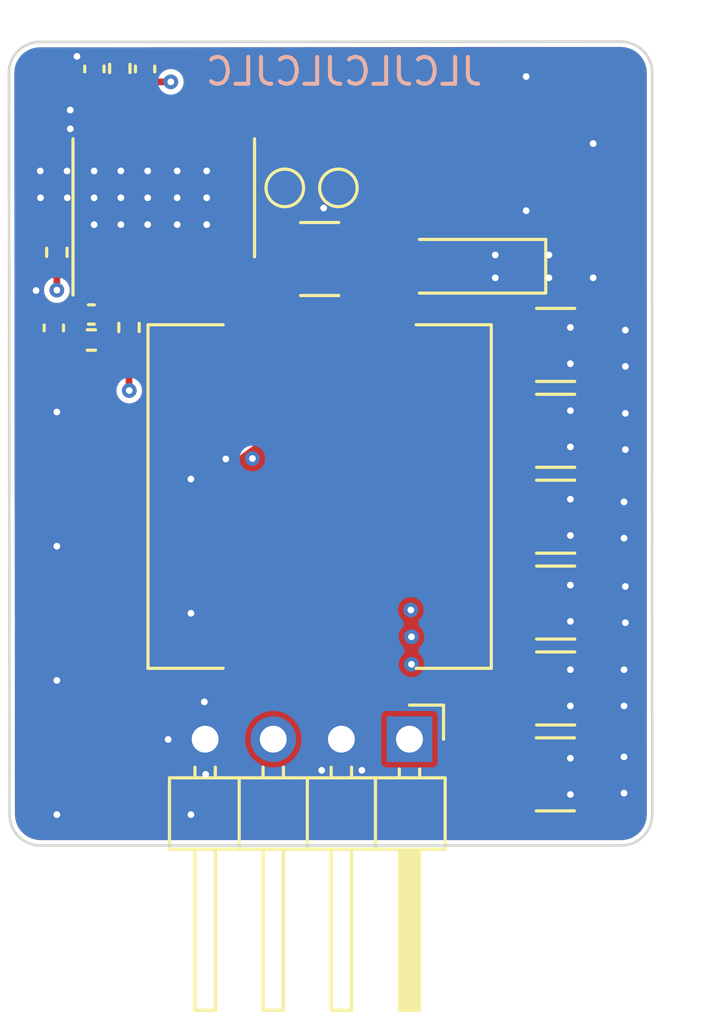
<source format=kicad_pcb>
(kicad_pcb (version 20221018) (generator pcbnew)
  (layers (0 "F.Cu" signal "Top.Cu") (1 "In1.Cu" signal "2Top.Cu") (2 "In2.Cu" signal "2Bot.Cu") (31 "B.Cu" signal "Bot.Cu") (34 "B.Paste" user) (35 "F.Paste" user) (36 "B.SilkS" user "B.Silkscreen") (37 "F.SilkS" user "F.Silkscreen") (38 "B.Mask" user) (39 "F.Mask" user) (44 "Edge.Cuts" user))
  (net 0 "")
  (net 1 "Net-(U1-FB)")
  (net 2 "Net-(U1-VC)")
  (net 4 "Net-(U1-~{FAULT})")
  (net 5 "Vin (12V - 15V)")
  (net 6 "Net-(C10-Pad1)")
  (net 8 "Net-(U1-RT)")
  (net 9 "Net-(U1-SS)")
  (net 10 "GND")
  (net 11 "-15V")
  (net 12 "Net-(C5-Pad1)")
  (net 13 "Net-(D2-A)")
  (footprint "Resistor_SMD:R_0402_1005Metric" (layer "F.Cu") (at 57.69 69.35 90)
    (fp_text reference "R2" hide)
    (fp_text value "100K")
    (fp_line (start -0.153641 -0.38) (end 0.153641 -0.38) (stroke (width 0.12)) (layer "F.SilkS"))
    (fp_line (start -0.153641 0.38) (end 0.153641 0.38) (stroke (width 0.12)) (layer "F.SilkS"))
    (pad "1" smd roundrect (at -0.51 0 90) (size 0.54 0.64) (layers "F.Cu" "F.Paste" "F.Mask") (net 5 "Vin (12V - 15V)"))
    (pad "2" smd roundrect (at 0.51 0 90) (size 0.54 0.64) (layers "F.Cu" "F.Paste" "F.Mask") (net 4 "Net-(U1-~{FAULT})"))
  )
  (footprint "TestPoint:TestPoint_Pad_D1.0mm" (layer "F.Cu") (at 63.5 64.15)
    (fp_text reference "TP3" hide)
    (fp_text value "TestPoint")
    (fp_circle (center 0 0) (end 0 0.7) (stroke (width 0.12)) (fill none) (layer "F.SilkS"))
    (pad "1" smd circle (at 0 0) (size 1 1) (layers "F.Cu" "F.Mask") (net 6 "Net-(C10-Pad1)"))
  )
  (footprint "Capacitor_SMD:C_1210_3225Metric" (layer "F.Cu") (at 73.59 86)
    (fp_text reference "C3" hide)
    (fp_text value "10u")
    (fp_line (start -0.711252 -1.36) (end 0.711252 -1.36) (stroke (width 0.12)) (layer "F.SilkS"))
    (fp_line (start -0.711252 1.36) (end 0.711252 1.36) (stroke (width 0.12)) (layer "F.SilkS"))
    (pad "1" smd roundrect (at -1.475 0) (size 1.15 2.7) (layers "F.Cu" "F.Paste" "F.Mask") (roundrect_rratio 0.2173913043) (net 5 "Vin (12V - 15V)"))
    (pad "2" smd roundrect (at 1.475 0) (size 1.15 2.7) (layers "F.Cu" "F.Paste" "F.Mask") (roundrect_rratio 0.2173913043) (net 10 "GND"))
  )
  (footprint "Capacitor_SMD:C_1210_3225Metric" (layer "F.Cu") (at 73.6 70)
    (fp_text reference "C9" hide)
    (fp_text value "10u")
    (fp_line (start -0.711252 -1.36) (end 0.711252 -1.36) (stroke (width 0.12)) (layer "F.SilkS"))
    (fp_line (start -0.711252 1.36) (end 0.711252 1.36) (stroke (width 0.12)) (layer "F.SilkS"))
    (pad "1" smd roundrect (at -1.475 0) (size 1.15 2.7) (layers "F.Cu" "F.Paste" "F.Mask") (roundrect_rratio 0.2173913043) (net 11 "-15V"))
    (pad "2" smd roundrect (at 1.475 0) (size 1.15 2.7) (layers "F.Cu" "F.Paste" "F.Mask") (roundrect_rratio 0.2173913043) (net 10 "GND"))
  )
  (footprint "TestPoint:TestPoint_Pad_D1.0mm" (layer "F.Cu") (at 65.5 64.15)
    (fp_text reference "TP5" hide)
    (fp_text value "TestPoint")
    (fp_circle (center 0 0) (end 0 0.7) (stroke (width 0.12)) (fill none) (layer "F.SilkS"))
    (pad "1" smd circle (at 0 0) (size 1 1) (layers "F.Cu" "F.Mask") (net 10 "GND"))
  )
  (footprint "Capacitor_SMD:C_0402_1005Metric" (layer "F.Cu") (at 54.8875 69.3675 90)
    (fp_text reference "C5" hide)
    (fp_text value "1n")
    (fp_line (start -0.107836 -0.36) (end 0.107836 -0.36) (stroke (width 0.12)) (layer "F.SilkS"))
    (fp_line (start -0.107836 0.36) (end 0.107836 0.36) (stroke (width 0.12)) (layer "F.SilkS"))
    (pad "1" smd roundrect (at -0.48 0 90) (size 0.56 0.62) (layers "F.Cu" "F.Paste" "F.Mask") (net 12 "Net-(C5-Pad1)"))
    (pad "2" smd roundrect (at 0.48 0 90) (size 0.56 0.62) (layers "F.Cu" "F.Paste" "F.Mask") (net 10 "GND"))
  )
  (footprint "Capacitor_SMD:C_0402_1005Metric" (layer "F.Cu") (at 58.29 59.72 90)
    (fp_text reference "C11" hide)
    (fp_text value "100n")
    (fp_line (start -0.107836 -0.36) (end 0.107836 -0.36) (stroke (width 0.12)) (layer "F.SilkS"))
    (fp_line (start -0.107836 0.36) (end 0.107836 0.36) (stroke (width 0.12)) (layer "F.SilkS"))
    (pad "1" smd roundrect (at -0.48 0 90) (size 0.56 0.62) (layers "F.Cu" "F.Paste" "F.Mask") (net 5 "Vin (12V - 15V)"))
    (pad "2" smd roundrect (at 0.48 0 90) (size 0.56 0.62) (layers "F.Cu" "F.Paste" "F.Mask") (net 10 "GND"))
  )
  (footprint "Capacitor_SMD:C_0402_1005Metric" (layer "F.Cu") (at 56.4 59.72 90)
    (fp_text reference "C1" hide)
    (fp_text value "100n")
    (fp_line (start -0.107836 -0.36) (end 0.107836 -0.36) (stroke (width 0.12)) (layer "F.SilkS"))
    (fp_line (start -0.107836 0.36) (end 0.107836 0.36) (stroke (width 0.12)) (layer "F.SilkS"))
    (pad "1" smd roundrect (at -0.48 0 90) (size 0.56 0.62) (layers "F.Cu" "F.Paste" "F.Mask") (net 9 "Net-(U1-SS)"))
    (pad "2" smd roundrect (at 0.48 0 90) (size 0.56 0.62) (layers "F.Cu" "F.Paste" "F.Mask") (net 10 "GND"))
  )
  (footprint "Capacitor_SMD:C_1210_3225Metric" (layer "F.Cu") (at 73.6 73.2)
    (fp_text reference "C8" hide)
    (fp_text value "10u")
    (fp_line (start -0.711252 -1.36) (end 0.711252 -1.36) (stroke (width 0.12)) (layer "F.SilkS"))
    (fp_line (start -0.711252 1.36) (end 0.711252 1.36) (stroke (width 0.12)) (layer "F.SilkS"))
    (pad "1" smd roundrect (at -1.475 0) (size 1.15 2.7) (layers "F.Cu" "F.Paste" "F.Mask") (roundrect_rratio 0.2173913043) (net 11 "-15V"))
    (pad "2" smd roundrect (at 1.475 0) (size 1.15 2.7) (layers "F.Cu" "F.Paste" "F.Mask") (roundrect_rratio 0.2173913043) (net 10 "GND"))
  )
  (footprint "Capacitor_SMD:C_0402_1005Metric" (layer "F.Cu") (at 56.2875 68.8675 180)
    (fp_text reference "C4" hide)
    (fp_text value "27p")
    (fp_line (start -0.107836 -0.36) (end 0.107836 -0.36) (stroke (width 0.12)) (layer "F.SilkS"))
    (fp_line (start -0.107836 0.36) (end 0.107836 0.36) (stroke (width 0.12)) (layer "F.SilkS"))
    (pad "1" smd roundrect (at -0.48 0 180) (size 0.56 0.62) (layers "F.Cu" "F.Paste" "F.Mask") (net 2 "Net-(U1-VC)"))
    (pad "2" smd roundrect (at 0.48 0 180) (size 0.56 0.62) (layers "F.Cu" "F.Paste" "F.Mask") (net 10 "GND"))
  )
  (footprint "Capacitor_SMD:C_1210_3225Metric" (layer "F.Cu") (at 73.6 79.6)
    (fp_text reference "C6" hide)
    (fp_text value "10u")
    (fp_line (start -0.711252 -1.36) (end 0.711252 -1.36) (stroke (width 0.12)) (layer "F.SilkS"))
    (fp_line (start -0.711252 1.36) (end 0.711252 1.36) (stroke (width 0.12)) (layer "F.SilkS"))
    (pad "1" smd roundrect (at -1.475 0) (size 1.15 2.7) (layers "F.Cu" "F.Paste" "F.Mask") (roundrect_rratio 0.2173913043) (net 11 "-15V"))
    (pad "2" smd roundrect (at 1.475 0) (size 1.15 2.7) (layers "F.Cu" "F.Paste" "F.Mask") (roundrect_rratio 0.2173913043) (net 10 "GND"))
  )
  (footprint "Inductor_SMD:L_Wuerth_WE-DD-Typ-L-Typ-XL-Typ-XXL" (layer "F.Cu") (at 64.8 75.65 180)
    (fp_text reference "L1" hide)
    (fp_text value "L_Coupled 744871004")
    (fp_line (start -6.4 -6.4) (end -3.6 -6.4) (stroke (width 0.12)) (layer "F.SilkS"))
    (fp_line (start -6.4 6.4) (end -6.4 -6.4) (stroke (width 0.12)) (layer "F.SilkS"))
    (fp_line (start -3.6 6.4) (end -6.4 6.4) (stroke (width 0.12)) (layer "F.SilkS"))
    (fp_line (start 3.6 -6.4) (end 6.4 -6.4) (stroke (width 0.12)) (layer "F.SilkS"))
    (fp_line (start 6.4 -6.4) (end 6.4 6.4) (stroke (width 0.12)) (layer "F.SilkS"))
    (fp_line (start 6.4 6.4) (end 3.6 6.4) (stroke (width 0.12)) (layer "F.SilkS"))
    (pad "1" smd rect (at -1.75 -5 180) (size 2.5 3.85) (layers "F.Cu" "F.Paste" "F.Mask") (net 5 "Vin (12V - 15V)"))
    (pad "2" smd rect (at 1.75 -5 180) (size 2.5 3.85) (layers "F.Cu" "F.Paste" "F.Mask") (net 11 "-15V"))
    (pad "3" smd rect (at 1.75 5 180) (size 2.5 3.85) (layers "F.Cu" "F.Paste" "F.Mask") (net 6 "Net-(C10-Pad1)"))
    (pad "4" smd rect (at -1.75 5 180) (size 2.5 3.85) (layers "F.Cu" "F.Paste" "F.Mask") (net 13 "Net-(D2-A)"))
  )
  (footprint "Capacitor_SMD:C_1210_3225Metric" (layer "F.Cu") (at 73.6 76.4)
    (fp_text reference "C7" hide)
    (fp_text value "10u")
    (fp_line (start -0.711252 -1.36) (end 0.711252 -1.36) (stroke (width 0.12)) (layer "F.SilkS"))
    (fp_line (start -0.711252 1.36) (end 0.711252 1.36) (stroke (width 0.12)) (layer "F.SilkS"))
    (pad "1" smd roundrect (at -1.475 0) (size 1.15 2.7) (layers "F.Cu" "F.Paste" "F.Mask") (roundrect_rratio 0.2173913043) (net 11 "-15V"))
    (pad "2" smd roundrect (at 1.475 0) (size 1.15 2.7) (layers "F.Cu" "F.Paste" "F.Mask") (roundrect_rratio 0.2173913043) (net 10 "GND"))
  )
  (footprint "footprints:DO-221AC" (layer "F.Cu") (at 70.2 67.08 180)
    (fp_text reference "D2" hide)
    (fp_text value "VSSAF5L45")
    (fp_line (start -3.03 -0.99) (end -3.03 1.01) (stroke (width 0.12)) (layer "F.SilkS"))
    (fp_line (start -3.03 -0.99) (end 1.68 -0.99) (stroke (width 0.12)) (layer "F.SilkS"))
    (fp_line (start -3.03 1.01) (end 1.68 1.01) (stroke (width 0.12)) (layer "F.SilkS"))
    (pad "1" smd roundrect (at -2.15 0 180) (size 1.25 1.55) (layers "F.Cu" "F.Paste" "F.Mask") (net 10 "GND"))
    (pad "2" smd roundrect (at 2.15 0 180) (size 1.25 1.55) (layers "F.Cu" "F.Paste" "F.Mask") (net 13 "Net-(D2-A)"))
  )
  (footprint "Resistor_SMD:R_0402_1005Metric" (layer "F.Cu") (at 56.2875 69.8175 180)
    (fp_text reference "R3" hide)
    (fp_text value "22K")
    (fp_line (start -0.153641 -0.38) (end 0.153641 -0.38) (stroke (width 0.12)) (layer "F.SilkS"))
    (fp_line (start -0.153641 0.38) (end 0.153641 0.38) (stroke (width 0.12)) (layer "F.SilkS"))
    (pad "1" smd roundrect (at -0.51 0 180) (size 0.54 0.64) (layers "F.Cu" "F.Paste" "F.Mask") (net 2 "Net-(U1-VC)"))
    (pad "2" smd roundrect (at 0.51 0 180) (size 0.54 0.64) (layers "F.Cu" "F.Paste" "F.Mask") (net 12 "Net-(C5-Pad1)"))
  )
  (footprint "Resistor_SMD:R_0402_1005Metric" (layer "F.Cu") (at 55 66.55 -90)
    (fp_text reference "R4" hide)
    (fp_text value "180K")
    (fp_line (start -0.153641 -0.38) (end 0.153641 -0.38) (stroke (width 0.12)) (layer "F.SilkS"))
    (fp_line (start -0.153641 0.38) (end 0.153641 0.38) (stroke (width 0.12)) (layer "F.SilkS"))
    (pad "1" smd roundrect (at -0.51 0 270) (size 0.54 0.64) (layers "F.Cu" "F.Paste" "F.Mask") (net 1 "Net-(U1-FB)"))
    (pad "2" smd roundrect (at 0.51 0 270) (size 0.54 0.64) (layers "F.Cu" "F.Paste" "F.Mask") (net 11 "-15V"))
  )
  (footprint "Capacitor_SMD:C_1210_3225Metric" (layer "F.Cu") (at 73.6 82.8)
    (fp_text reference "C2" hide)
    (fp_text value "10u")
    (fp_line (start -0.711252 -1.36) (end 0.711252 -1.36) (stroke (width 0.12)) (layer "F.SilkS"))
    (fp_line (start -0.711252 1.36) (end 0.711252 1.36) (stroke (width 0.12)) (layer "F.SilkS"))
    (pad "1" smd roundrect (at -1.475 0) (size 1.15 2.7) (layers "F.Cu" "F.Paste" "F.Mask") (roundrect_rratio 0.2173913043) (net 5 "Vin (12V - 15V)"))
    (pad "2" smd roundrect (at 1.475 0) (size 1.15 2.7) (layers "F.Cu" "F.Paste" "F.Mask") (roundrect_rratio 0.2173913043) (net 10 "GND"))
  )
  (footprint "Connector_PinHeader_2.54mm:PinHeader_1x04_P2.54mm_Horizontal" (layer "F.Cu") (at 68.15 84.69 -90)
    (fp_text reference "J1" hide)
    (fp_text value "Conn_01x04_Pin")
    (fp_line (start -1.27 -1.27) (end 0 -1.27) (stroke (width 0.12)) (layer "F.SilkS"))
    (fp_line (start -1.27 0) (end -1.27 -1.27) (stroke (width 0.12)) (layer "F.SilkS"))
    (fp_line (start 1.042929 2.16) (end 1.44 2.16) (stroke (width 0.12)) (layer "F.SilkS"))
    (fp_line (start 1.042929 2.92) (end 1.44 2.92) (stroke (width 0.12)) (layer "F.SilkS"))
    (fp_line (start 1.042929 4.7) (end 1.44 4.7) (stroke (width 0.12)) (layer "F.SilkS"))
    (fp_line (start 1.042929 5.46) (end 1.44 5.46) (stroke (width 0.12)) (layer "F.SilkS"))
    (fp_line (start 1.042929 7.24) (end 1.44 7.24) (stroke (width 0.12)) (layer "F.SilkS"))
    (fp_line (start 1.042929 8) (end 1.44 8) (stroke (width 0.12)) (layer "F.SilkS"))
    (fp_line (start 1.11 -0.38) (end 1.44 -0.38) (stroke (width 0.12)) (layer "F.SilkS"))
    (fp_line (start 1.11 0.38) (end 1.44 0.38) (stroke (width 0.12)) (layer "F.SilkS"))
    (fp_line (start 1.44 -1.33) (end 1.44 8.95) (stroke (width 0.12)) (layer "F.SilkS"))
    (fp_line (start 1.44 1.27) (end 4.1 1.27) (stroke (width 0.12)) (layer "F.SilkS"))
    (fp_line (start 1.44 3.81) (end 4.1 3.81) (stroke (width 0.12)) (layer "F.SilkS"))
    (fp_line (start 1.44 6.35) (end 4.1 6.35) (stroke (width 0.12)) (layer "F.SilkS"))
    (fp_line (start 1.44 8.95) (end 4.1 8.95) (stroke (width 0.12)) (layer "F.SilkS"))
    (fp_line (start 4.1 -1.33) (end 1.44 -1.33) (stroke (width 0.12)) (layer "F.SilkS"))
    (fp_line (start 4.1 -0.38) (end 10.1 -0.38) (stroke (width 0.12)) (layer "F.SilkS"))
    (fp_line (start 4.1 -0.32) (end 10.1 -0.32) (stroke (width 0.12)) (layer "F.SilkS"))
    (fp_line (start 4.1 -0.2) (end 10.1 -0.2) (stroke (width 0.12)) (layer "F.SilkS"))
    (fp_line (start 4.1 -0.08) (end 10.1 -0.08) (stroke (width 0.12)) (layer "F.SilkS"))
    (fp_line (start 4.1 0.04) (end 10.1 0.04) (stroke (width 0.12)) (layer "F.SilkS"))
    (fp_line (start 4.1 0.16) (end 10.1 0.16) (stroke (width 0.12)) (layer "F.SilkS"))
    (fp_line (start 4.1 0.28) (end 10.1 0.28) (stroke (width 0.12)) (layer "F.SilkS"))
    (fp_line (start 4.1 2.16) (end 10.1 2.16) (stroke (width 0.12)) (layer "F.SilkS"))
    (fp_line (start 4.1 4.7) (end 10.1 4.7) (stroke (width 0.12)) (layer "F.SilkS"))
    (fp_line (start 4.1 7.24) (end 10.1 7.24) (stroke (width 0.12)) (layer "F.SilkS"))
    (fp_line (start 4.1 8.95) (end 4.1 -1.33) (stroke (width 0.12)) (layer "F.SilkS"))
    (fp_line (start 10.1 -0.38) (end 10.1 0.38) (stroke (width 0.12)) (layer "F.SilkS"))
    (fp_line (start 10.1 0.38) (end 4.1 0.38) (stroke (width 0.12)) (layer "F.SilkS"))
    (fp_line (start 10.1 2.16) (end 10.1 2.92) (stroke (width 0.12)) (layer "F.SilkS"))
    (fp_line (start 10.1 2.92) (end 4.1 2.92) (stroke (width 0.12)) (layer "F.SilkS"))
    (fp_line (start 10.1 4.7) (end 10.1 5.46) (stroke (width 0.12)) (layer "F.SilkS"))
    (fp_line (start 10.1 5.46) (end 4.1 5.46) (stroke (width 0.12)) (layer "F.SilkS"))
    (fp_line (start 10.1 7.24) (end 10.1 8) (stroke (width 0.12)) (layer "F.SilkS"))
    (fp_line (start 10.1 8) (end 4.1 8) (stroke (width 0.12)) (layer "F.SilkS"))
    (pad "1" thru_hole rect (at 0 0 270) (size 1.7 1.7) (drill 1) (layers "*.Cu" "*.Mask") (net 5 "Vin (12V - 15V)"))
    (pad "2" thru_hole oval (at 0 2.54 270) (size 1.7 1.7) (drill 1) (layers "*.Cu" "*.Mask") (net 10 "GND"))
    (pad "3" thru_hole oval (at 0 5.08 270) (size 1.7 1.7) (drill 1) (layers "*.Cu" "*.Mask") (net 11 "-15V"))
    (pad "4" thru_hole oval (at 0 7.62 270) (size 1.7 1.7) (drill 1) (layers "*.Cu" "*.Mask") (net 10 "GND"))
  )
  (footprint "Capacitor_SMD:C_1210_3225Metric" (layer "F.Cu") (at 64.8 66.8)
    (fp_text reference "C10" hide)
    (fp_text value "4u7")
    (fp_line (start -0.711252 -1.36) (end 0.711252 -1.36) (stroke (width 0.12)) (layer "F.SilkS"))
    (fp_line (start -0.711252 1.36) (end 0.711252 1.36) (stroke (width 0.12)) (layer "F.SilkS"))
    (pad "1" smd roundrect (at -1.475 0) (size 1.15 2.7) (layers "F.Cu" "F.Paste" "F.Mask") (roundrect_rratio 0.2173913043) (net 6 "Net-(C10-Pad1)"))
    (pad "2" smd roundrect (at 1.475 0) (size 1.15 2.7) (layers "F.Cu" "F.Paste" "F.Mask") (roundrect_rratio 0.2173913043) (net 13 "Net-(D2-A)"))
  )
  (footprint "Resistor_SMD:R_0402_1005Metric" (layer "F.Cu") (at 57.3475 59.7 90)
    (fp_text reference "R1" hide)
    (fp_text value "82K")
    (fp_line (start -0.153641 -0.38) (end 0.153641 -0.38) (stroke (width 0.12)) (layer "F.SilkS"))
    (fp_line (start -0.153641 0.38) (end 0.153641 0.38) (stroke (width 0.12)) (layer "F.SilkS"))
    (pad "1" smd roundrect (at -0.51 0 90) (size 0.54 0.64) (layers "F.Cu" "F.Paste" "F.Mask") (net 8 "Net-(U1-RT)"))
    (pad "2" smd roundrect (at 0.51 0 90) (size 0.54 0.64) (layers "F.Cu" "F.Paste" "F.Mask") (net 10 "GND"))
  )
  (footprint "footprints:TSSOP-20-1EP_4.4x6.5mm_P0.65mm_EP2.75x3.85mm" (layer "F.Cu") (at 58.9875 64.5175 90)
    (fp_text reference "U1" hide)
    (fp_text value "LT3579")
    (fp_line (start 0 -3.385) (end -3.625 -3.385) (stroke (width 0.12)) (layer "F.SilkS"))
    (fp_line (start 0 -3.385) (end 2.2 -3.385) (stroke (width 0.12)) (layer "F.SilkS"))
    (fp_line (start 0 3.385) (end -2.2 3.385) (stroke (width 0.12)) (layer "F.SilkS"))
    (fp_line (start 0 3.385) (end 2.2 3.385) (stroke (width 0.12)) (layer "F.SilkS"))
    (pad "1" smd roundrect (at -2.8875 -2.925 90) (size 1.475 0.4) (layers "F.Cu" "F.Paste" "F.Mask") (net 1 "Net-(U1-FB)"))
    (pad "2" smd roundrect (at -2.8875 -2.275 90) (size 1.475 0.4) (layers "F.Cu" "F.Paste" "F.Mask") (net 2 "Net-(U1-VC)"))
    (pad "3" smd roundrect (at -2.8875 -1.625 90) (size 1.475 0.4) (layers "F.Cu" "F.Paste" "F.Mask"))
    (pad "4" smd roundrect (at -2.8875 -0.975 90) (size 1.475 0.4) (layers "F.Cu" "F.Paste" "F.Mask") (net 4 "Net-(U1-~{FAULT})"))
    (pad "5" smd roundrect (at -2.8875 -0.325 90) (size 1.475 0.4) (layers "F.Cu" "F.Paste" "F.Mask") (net 5 "Vin (12V - 15V)"))
    (pad "6" smd roundrect (at -2.8875 0.325 90) (size 1.475 0.4) (layers "F.Cu" "F.Paste" "F.Mask") (net 6 "Net-(C10-Pad1)"))
    (pad "7" smd roundrect (at -2.8875 0.975 90) (size 1.475 0.4) (layers "F.Cu" "F.Paste" "F.Mask") (net 6 "Net-(C10-Pad1)"))
    (pad "8" smd roundrect (at -2.8875 1.625 90) (size 1.475 0.4) (layers "F.Cu" "F.Paste" "F.Mask") (net 6 "Net-(C10-Pad1)"))
    (pad "9" smd roundrect (at -2.8875 2.275 90) (size 1.475 0.4) (layers "F.Cu" "F.Paste" "F.Mask") (net 6 "Net-(C10-Pad1)"))
    (pad "10" smd roundrect (at -2.8875 2.925 90) (size 1.475 0.4) (layers "F.Cu" "F.Paste" "F.Mask") (net 6 "Net-(C10-Pad1)"))
    (pad "11" smd roundrect (at 2.8875 2.925 90) (size 1.475 0.4) (layers "F.Cu" "F.Paste" "F.Mask") (net 6 "Net-(C10-Pad1)"))
    (pad "12" smd roundrect (at 2.8875 2.275 90) (size 1.475 0.4) (layers "F.Cu" "F.Paste" "F.Mask") (net 6 "Net-(C10-Pad1)"))
    (pad "13" smd roundrect (at 2.8875 1.625 90) (size 1.475 0.4) (layers "F.Cu" "F.Paste" "F.Mask") (net 6 "Net-(C10-Pad1)"))
    (pad "14" smd roundrect (at 2.8875 0.975 90) (size 1.475 0.4) (layers "F.Cu" "F.Paste" "F.Mask") (net 6 "Net-(C10-Pad1)"))
    (pad "15" smd roundrect (at 2.8875 0.325 90) (size 1.475 0.4) (layers "F.Cu" "F.Paste" "F.Mask") (net 6 "Net-(C10-Pad1)"))
    (pad "16" smd roundrect (at 2.8875 -0.325 90) (size 1.475 0.4) (layers "F.Cu" "F.Paste" "F.Mask"))
    (pad "17" smd roundrect (at 2.8875 -0.975 90) (size 1.475 0.4) (layers "F.Cu" "F.Paste" "F.Mask") (net 5 "Vin (12V - 15V)"))
    (pad "18" smd roundrect (at 2.8875 -1.625 90) (size 1.475 0.4) (layers "F.Cu" "F.Paste" "F.Mask") (net 8 "Net-(U1-RT)"))
    (pad "19" smd roundrect (at 2.8875 -2.275 90) (size 1.475 0.4) (layers "F.Cu" "F.Paste" "F.Mask") (net 9 "Net-(U1-SS)"))
    (pad "20" smd roundrect (at 2.8875 -2.925 90) (size 1.475 0.4) (layers "F.Cu" "F.Paste" "F.Mask") (net 10 "GND"))
    (pad "21" thru_hole circle (at -1 -1.6 90) (size 0.55 0.55) (drill 0.25) (layers "*.Cu" "F.Mask") (net 10 "GND"))
    (pad "21" thru_hole circle (at -1 -0.6 90) (size 0.55 0.55) (drill 0.25) (layers "*.Cu" "F.Mask") (net 10 "GND"))
    (pad "21" thru_hole circle (at -1 0.5 90) (size 0.55 0.55) (drill 0.25) (layers "*.Cu" "F.Mask") (net 10 "GND"))
    (pad "21" thru_hole circle (at -1 1.6 90) (size 0.55 0.55) (drill 0.25) (layers "*.Cu" "F.Mask") (net 10 "GND"))
    (pad "21" thru_hole circle (at 0 -1.6 90) (size 0.55 0.55) (drill 0.25) (layers "*.Cu" "F.Mask") (net 10 "GND"))
    (pad "21" thru_hole circle (at 0 -0.6 90) (size 0.55 0.55) (drill 0.25) (layers "*.Cu" "F.Mask") (net 10 "GND"))
    (pad "21" smd rect (at 0 0 90) (size 2.74 3.86) (layers "F.Cu" "F.Mask") (net 10 "GND"))
    (pad "21" thru_hole circle (at 0 0.5 90) (size 0.55 0.55) (drill 0.25) (layers "*.Cu" "F.Mask") (net 10 "GND"))
    (pad "21" thru_hole circle (at 0 1.6 90) (size 0.55 0.55) (drill 0.25) (layers "*.Cu" "F.Mask") (net 10 "GND"))
    (pad "21" thru_hole circle (at 1 -1.6 90) (size 0.55 0.55) (drill 0.25) (layers "*.Cu" "F.Mask") (net 10 "GND"))
    (pad "21" thru_hole circle (at 1 -0.6 90) (size 0.55 0.55) (drill 0.25) (layers "*.Cu" "F.Mask") (net 10 "GND"))
    (pad "21" thru_hole circle (at 1 0.5 90) (size 0.55 0.55) (drill 0.25) (layers "*.Cu" "F.Mask") (net 10 "GND"))
    (pad "21" thru_hole circle (at 1 1.6 90) (size 0.55 0.55) (drill 0.25) (layers "*.Cu" "F.Mask") (net 10 "GND"))
  )
  (gr_line (start 77.198853 59.914819) (end 77.2 87.5) (stroke (width 0.1)) (layer "Edge.Cuts"))
  (gr_arc (start 76.036827 58.7) (mid 76.877376 59.059152) (end 77.198853 59.914819) (stroke (width 0.1)) (layer "Edge.Cuts"))
  (gr_arc (start 77.2 87.5) (mid 76.863173 88.313173) (end 76.05 88.65) (stroke (width 0.1)) (layer "Edge.Cuts"))
  (gr_line (start 54.363173 58.713173) (end 76.036827 58.7) (stroke (width 0.1)) (layer "Edge.Cuts"))
  (gr_arc (start 54.388173 88.65) (mid 53.575 88.313173) (end 53.238173 87.5) (stroke (width 0.1)) (layer "Edge.Cuts"))
  (gr_arc (start 53.213173 59.863173) (mid 53.55 59.05) (end 54.363173 58.713173) (stroke (width 0.1)) (layer "Edge.Cuts"))
  (gr_line (start 53.238173 87.5) (end 53.213173 59.863173) (stroke (width 0.1)) (layer "Edge.Cuts"))
  (gr_line (start 76.05 88.65) (end 54.388173 88.65) (stroke (width 0.1)) (layer "Edge.Cuts"))
  (gr_text "AUDIO DSP" (at 65.85 62.8) (layer "F.Cu") (effects (font (size 1 1)) (justify left bottom)))
  (gr_text "SEPIC -15V" (at 57.15 83.15 90) (layer "F.Cu") (effects (font (size 1 1)) (justify left bottom)))
  (gr_text "JLCJLCJLCJLC" (at 70.95 60.4) (layer "B.SilkS") (effects (font (size 1 1)) (justify left bottom mirror)))
  (segment (start 56.0625 67.405) (end 56.0625 67.1025) (width 0.25) (layer "F.Cu") (net 1))
  (segment (start 56.0625 67.1025) (end 55 66.04) (width 0.25) (layer "F.Cu") (net 1))
  (segment (start 56.7125 67.405) (end 56.7125 68.8125) (width 0.25) (layer "F.Cu") (net 2))
  (segment (start 56.7675 69.7875) (end 56.7975 69.8175) (width 0.25) (layer "F.Cu") (net 2))
  (segment (start 56.7125 68.8125) (end 56.7675 68.8675) (width 0.25) (layer "F.Cu") (net 2))
  (segment (start 56.7675 68.8675) (end 56.7675 69.7875) (width 0.25) (layer "F.Cu") (net 2))
  (segment (start 58.0125 67.405) (end 58.0125 68.5175) (width 0.25) (layer "F.Cu") (net 4))
  (segment (start 58.0125 68.5175) (end 57.69 68.84) (width 0.25) (layer "F.Cu") (net 4))
  (segment (start 59.25 60.2) (end 58.29 60.2) (width 0.25) (layer "F.Cu") (net 5))
  (segment (start 57.7 71.7) (end 57.69 71.69) (width 0.25) (layer "F.Cu") (net 5))
  (segment (start 58.6625 68.8875) (end 57.69 69.86) (width 0.25) (layer "F.Cu") (net 5))
  (segment (start 58.0125 60.4775) (end 58.29 60.2) (width 0.25) (layer "F.Cu") (net 5))
  (segment (start 57.69 71.69) (end 57.69 69.86) (width 0.25) (layer "F.Cu") (net 5))
  (segment (start 58.0125 61.63) (end 58.0125 60.4775) (width 0.25) (layer "F.Cu") (net 5))
  (segment (start 58.6625 67.405) (end 58.6625 68.8875) (width 0.25) (layer "F.Cu") (net 5))
  (via (at 57.7 71.7) (size 0.55) (drill 0.25) (layers "F.Cu" "B.Cu") (net 5))
  (via (at 59.25 60.2) (size 0.55) (drill 0.25) (layers "F.Cu" "B.Cu") (net 5))
  (via (at 68.225 80.875) (size 0.55) (drill 0.25) (layers "F.Cu" "B.Cu") (net 5))
  (via (at 68.225 81.9) (size 0.55) (drill 0.25) (layers "F.Cu" "B.Cu") (net 5))
  (via (at 68.2 79.875) (size 0.55) (drill 0.25) (layers "F.Cu" "B.Cu") (net 5))
  (segment (start 57.3625 61.63) (end 57.3625 60.225) (width 0.25) (layer "F.Cu") (net 8))
  (segment (start 57.3625 60.225) (end 57.3475 60.21) (width 0.25) (layer "F.Cu") (net 8))
  (segment (start 56.7125 60.5125) (end 56.4 60.2) (width 0.25) (layer "F.Cu") (net 9))
  (segment (start 56.7125 61.63) (end 56.7125 60.5125) (width 0.25) (layer "F.Cu") (net 9))
  (segment (start 54.9075 68.8675) (end 54.8875 68.8875) (width 0.25) (layer "F.Cu") (net 10))
  (via (at 60 80) (size 0.55) (drill 0.25) (layers "F.Cu" "B.Cu") (net 10))
  (via (at 55 82.5) (size 0.55) (drill 0.25) (layers "F.Cu" "B.Cu") (net 10))
  (via (at 76.15 77.2) (size 0.55) (drill 0.25) (layers "F.Cu" "B.Cu") (net 10))
  (via (at 74.15 83.45) (size 0.55) (drill 0.25) (layers "F.Cu" "B.Cu") (net 10))
  (via (at 74.15 77.1) (size 0.55) (drill 0.25) (layers "F.Cu" "B.Cu") (net 10))
  (via (at 60.5 83.3) (size 0.55) (drill 0.25) (layers "F.Cu" "B.Cu") (net 10))
  (via (at 74.15 70.7) (size 0.55) (drill 0.25) (layers "F.Cu" "B.Cu") (net 10))
  (via (at 56.39 65.52) (size 0.55) (drill 0.25) (layers "F.Cu" "B.Cu") (net 10))
  (via (at 76.15 75.85) (size 0.55) (drill 0.25) (layers "F.Cu" "B.Cu") (net 10))
  (via (at 72.5 60) (size 0.55) (drill 0.25) (layers "F.Cu" "B.Cu") (net 10))
  (via (at 76.2 73.9) (size 0.55) (drill 0.25) (layers "F.Cu" "B.Cu") (net 10))
  (via (at 60 87.5) (size 0.55) (drill 0.25) (layers "F.Cu" "B.Cu") (net 10))
  (via (at 55 77.5) (size 0.55) (drill 0.25) (layers "F.Cu" "B.Cu") (net 10))
  (via (at 71.35 66.65) (size 0.55) (drill 0.25) (layers "F.Cu" "B.Cu") (net 10))
  (via (at 74.15 78.95) (size 0.55) (drill 0.25) (layers "F.Cu" "B.Cu") (net 10))
  (via (at 54.225 67.975) (size 0.55) (drill 0.25) (layers "F.Cu" "B.Cu") (net 10))
  (via (at 56.39 64.52) (size 0.55) (drill 0.25) (layers "F.Cu" "B.Cu") (net 10))
  (via (at 54.39 64.52) (size 0.55) (drill 0.25) (layers "F.Cu" "B.Cu") (net 10))
  (via (at 55.75 59.25) (size 0.55) (drill 0.25) (layers "F.Cu" "B.Cu") (net 10))
  (via (at 74.15 72.45) (size 0.55) (drill 0.25) (layers "F.Cu" "B.Cu") (net 10))
  (via (at 75 67.5) (size 0.55) (drill 0.25) (layers "F.Cu" "B.Cu") (net 10))
  (via (at 74.15 86.75) (size 0.55) (drill 0.25) (layers "F.Cu" "B.Cu") (net 10))
  (via (at 72.5 65) (size 0.55) (drill 0.25) (layers "F.Cu" "B.Cu") (net 10))
  (via (at 61.3 74.25) (size 0.55) (drill 0.25) (layers "F.Cu" "B.Cu") (net 10))
  (via (at 64.95 64.9) (size 0.55) (drill 0.25) (layers "F.Cu" "B.Cu") (net 10))
  (via (at 73.35 66.65) (size 0.55) (drill 0.25) (layers "F.Cu" "B.Cu") (net 10))
  (via (at 74.15 75.75) (size 0.55) (drill 0.25) (layers "F.Cu" "B.Cu") (net 10))
  (via (at 76.15 82.1) (size 0.55) (drill 0.25) (layers "F.Cu" "B.Cu") (net 10))
  (via (at 60 75) (size 0.55) (drill 0.25) (layers "F.Cu" "B.Cu") (net 10))
  (via (at 73.35 67.5) (size 0.55) (drill 0.25) (layers "F.Cu" "B.Cu") (net 10))
  (via (at 76.15 83.45) (size 0.55) (drill 0.25) (layers "F.Cu" "B.Cu") (net 10))
  (via (at 74.15 73.8) (size 0.55) (drill 0.25) (layers "F.Cu" "B.Cu") (net 10))
  (via (at 60.55 86) (size 0.55) (drill 0.25) (layers "F.Cu" "B.Cu") (net 10))
  (via (at 76.2 80.35) (size 0.55) (drill 0.25) (layers "F.Cu" "B.Cu") (net 10))
  (via (at 66.375 85.85) (size 0.55) (drill 0.25) (layers "F.Cu" "B.Cu") (net 10))
  (via (at 55.38 63.52) (size 0.55) (drill 0.25) (layers "F.Cu" "B.Cu") (net 10))
  (via (at 76.2 79) (size 0.55) (drill 0.25) (layers "F.Cu" "B.Cu") (net 10))
  (via (at 76.2 72.55) (size 0.55) (drill 0.25) (layers "F.Cu" "B.Cu") (net 10))
  (via (at 55.5 61.25) (size 0.55) (drill 0.25) (layers "F.Cu" "B.Cu") (net 10))
  (via (at 55.5 61.95) (size 0.55) (drill 0.25) (layers "F.Cu" "B.Cu") (net 10))
  (via (at 54.38 63.52) (size 0.55) (drill 0.25) (layers "F.Cu" "B.Cu") (net 10))
  (via (at 64.875 85.85) (size 0.55) (drill 0.25) (layers "F.Cu" "B.Cu") (net 10))
  (via (at 74.15 69.35) (size 0.55) (drill 0.25) (layers "F.Cu" "B.Cu") (net 10))
  (via (at 55 87.5) (size 0.55) (drill 0.25) (layers "F.Cu" "B.Cu") (net 10))
  (via (at 76.15 86.7) (size 0.55) (drill 0.25) (layers "F.Cu" "B.Cu") (net 10))
  (via (at 74.15 80.3) (size 0.55) (drill 0.25) (layers "F.Cu" "B.Cu") (net 10))
  (via (at 71.35 67.5) (size 0.55) (drill 0.25) (layers "F.Cu" "B.Cu") (net 10))
  (via (at 56.39 63.52) (size 0.55) (drill 0.25) (layers "F.Cu" "B.Cu") (net 10))
  (via (at 75 62.5) (size 0.55) (drill 0.25) (layers "F.Cu" "B.Cu") (net 10))
  (via (at 55.39 64.52) (size 0.55) (drill 0.25) (layers "F.Cu" "B.Cu") (net 10))
  (via (at 76.2 70.8) (size 0.55) (drill 0.25) (layers "F.Cu" "B.Cu") (net 10))
  (via (at 74.15 85.4) (size 0.55) (drill 0.25) (layers "F.Cu" "B.Cu") (net 10))
  (via (at 59.15 84.7) (size 0.55) (drill 0.25) (layers "F.Cu" "B.Cu") (net 10))
  (via (at 76.2 69.45) (size 0.55) (drill 0.25) (layers "F.Cu" "B.Cu") (net 10))
  (via (at 74.15 82.1) (size 0.55) (drill 0.25) (layers "F.Cu" "B.Cu") (net 10))
  (via (at 55 72.5) (size 0.55) (drill 0.25) (layers "F.Cu" "B.Cu") (net 10))
  (via (at 76.15 85.35) (size 0.55) (drill 0.25) (layers "F.Cu" "B.Cu") (net 10))
  (segment (start 63.04 80.66) (end 63.05 80.65) (width 0.25) (layer "F.Cu") (net 11))
  (segment (start 63.45 79.45) (end 63.45 80.6) (width 0.25) (layer "F.Cu") (net 11))
  (segment (start 55 67.06) (end 55 67.96) (width 0.25) (layer "F.Cu") (net 11))
  (via (at 55 67.96) (size 0.55) (drill 0.25) (layers "F.Cu" "B.Cu") (net 11))
  (via (at 62.2925 74.2325) (size 0.55) (drill 0.25) (layers "F.Cu" "B.Cu") (net 11))
  (segment (start 54.8875 69.8475) (end 55.7475 69.8475) (width 0.25) (layer "F.Cu") (net 12))
  (segment (start 55.7475 69.8475) (end 55.7775 69.8175) (width 0.25) (layer "F.Cu") (net 12))
  (zone (net 0) (net_name "") (layer "F.Cu") (connect_pads (clearance 0)) (min_thickness 0.25)
    (keepout (tracks not_allowed) (vias not_allowed) (pads not_allowed) (copperpour not_allowed) (footprints allowed))
    (fill (thermal_gap 0.5) (thermal_bridge_width 0.5))
    (polygon (pts (xy 59.5075 68.0575) (xy 59.7675 68.0575) (xy 59.7675 66.7675) (xy 59.5075 66.7675)))
  )
  (zone (net 0) (net_name "") (layer "F.Cu") (connect_pads (clearance 0)) (min_thickness 0.25)
    (keepout (tracks not_allowed) (vias not_allowed) (pads not_allowed) (copperpour not_allowed) (footprints allowed))
    (fill (thermal_gap 0.5) (thermal_bridge_width 0.5))
    (polygon (pts (xy 61.4575 68.0575) (xy 61.7175 68.0575) (xy 61.7175 66.7675) (xy 61.4575 66.7675)))
  )
  (zone (net 11) (net_name "-15V") (layer "F.Cu") (priority 5) (connect_pads yes (clearance 0.15)) (min_thickness 0.25) (fill yes (thermal_gap 0.5) (thermal_bridge_width 0.5))
    (polygon (pts (xy 65.09 82.56) (xy 65.11 78.8) (xy 65.55 81.19) (xy 68.08 81.19) (xy 68.55 81.79) (xy 69.91 81.68) (xy 70.52 81.91) (xy 72.7 81.63) (xy 72.7 80.54) (xy 72.7 69.01) (xy 72.41 68.65) (xy 69.46 68.65) (xy 68.77 69.33) (xy 68.77 73.27) (xy 68.24 73.73) (xy 62.37 73.72) (xy 61.8 74.14) (xy 61.8 79.83) (xy 61.82 82.4) (xy 64.29 83.29)))
  )
  (zone (net 0) (net_name "") (layer "F.Cu") (connect_pads (clearance 0)) (min_thickness 0.25)
    (keepout (tracks not_allowed) (vias not_allowed) (pads not_allowed) (copperpour not_allowed) (footprints allowed))
    (fill (thermal_gap 0.5) (thermal_bridge_width 0.5))
    (polygon (pts (xy 60.1575 68.0575) (xy 60.4175 68.0575) (xy 60.4175 66.7675) (xy 60.1575 66.7675)))
  )
  (zone (net 0) (net_name "") (layer "F.Cu") (connect_pads (clearance 0)) (min_thickness 0.25)
    (keepout (tracks not_allowed) (vias not_allowed) (pads not_allowed) (copperpour not_allowed) (footprints allowed))
    (fill (thermal_gap 0.5) (thermal_bridge_width 0.5))
    (polygon (pts (xy 61.4575 62.2675) (xy 61.7175 62.2675) (xy 61.7175 60.9775) (xy 61.4575 60.9775)))
  )
  (zone (net 0) (net_name "") (layer "F.Cu") (connect_pads (clearance 0)) (min_thickness 0.25)
    (keepout (tracks not_allowed) (vias not_allowed) (pads not_allowed) (copperpour not_allowed) (footprints allowed))
    (fill (thermal_gap 0.5) (thermal_bridge_width 0.5))
    (polygon (pts (xy 60.1575 62.2675) (xy 60.4175 62.2675) (xy 60.4175 60.9775) (xy 60.1575 60.9775)))
  )
  (zone (net 6) (net_name "Net-(C10-Pad1)") (layer "F.Cu") (priority 6) (connect_pads yes (clearance 0.15)) (min_thickness 0.25) (fill yes (thermal_gap 0.5) (thermal_bridge_width 0.5))
    (polygon (pts (xy 64.3 70.86) (xy 64.32 61.99) (xy 63.03 60.05) (xy 60.25 60.05) (xy 59.12 60.8) (xy 59.12 62.75) (xy 59.27 62.88) (xy 61.14 62.88) (xy 61.3 63.05) (xy 61.3 66.07) (xy 61.1 66.22) (xy 59.29 66.22) (xy 59.11 66.32) (xy 59.11 68.3) (xy 61.81 72.57) (xy 63.99 71.62) (xy 64.11 71.38)))
  )
  (zone (net 0) (net_name "") (layer "F.Cu") (connect_pads (clearance 0)) (min_thickness 0.25)
    (keepout (tracks not_allowed) (vias not_allowed) (pads not_allowed) (copperpour not_allowed) (footprints allowed))
    (fill (thermal_gap 0.5) (thermal_bridge_width 0.5))
    (polygon (pts (xy 60.8075 68.0475) (xy 61.0675 68.0475) (xy 61.0675 66.7575) (xy 60.8075 66.7575)))
  )
  (zone (net 11) (net_name "-15V") (layer "F.Cu") (priority 5) (connect_pads yes (clearance 0.15)) (min_thickness 0.25) (fill yes (thermal_gap 0.5) (thermal_bridge_width 0.5))
    (polygon (pts (xy 64.3 82.58) (xy 64.29 85.57) (xy 64.06 85.86) (xy 62.09 85.86) (xy 61.81 85.56) (xy 61.81 82.19)))
  )
  (zone (net 13) (net_name "Net-(D2-A)") (layer "F.Cu") (priority 4) (connect_pads yes (clearance 0.15)) (min_thickness 0.25) (fill yes (thermal_gap 0.5) (thermal_bridge_width 0.5))
    (polygon (pts (xy 65.31 70.49) (xy 65.3 65.78) (xy 65.65 65.45) (xy 68.32 65.45) (xy 68.67 65.86) (xy 68.67 67.76) (xy 67.8 68.74) (xy 67.79 71.97) (xy 65.3 71.98)))
  )
  (zone (net 0) (net_name "") (layer "F.Cu") (connect_pads (clearance 0)) (min_thickness 0.25)
    (keepout (tracks not_allowed) (vias not_allowed) (pads not_allowed) (copperpour not_allowed) (footprints allowed))
    (fill (thermal_gap 0.5) (thermal_bridge_width 0.5))
    (polygon (pts (xy 59.5075 62.2675) (xy 59.7675 62.2675) (xy 59.7675 60.9775) (xy 59.5075 60.9775)))
  )
  (zone (net 0) (net_name "") (layer "F.Cu") (connect_pads (clearance 0)) (min_thickness 0.25)
    (keepout (tracks not_allowed) (vias not_allowed) (pads not_allowed) (copperpour not_allowed) (footprints allowed))
    (fill (thermal_gap 0.5) (thermal_bridge_width 0.5))
    (polygon (pts (xy 60.8075 62.2675) (xy 61.0675 62.2675) (xy 61.0675 60.9775) (xy 60.8075 60.9775)))
  )
  (zone (net 5) (net_name "Vin (12V - 15V)") (layer "F.Cu") (priority 6) (connect_pads yes (clearance 0.15)) (min_thickness 0.25) (fill yes (thermal_gap 0.5) (thermal_bridge_width 0.5))
    (polygon (pts (xy 65.3 82.57) (xy 65.72 82.86) (xy 66.52 83.45) (xy 67.07 83.87) (xy 67.08 86.92) (xy 67.65 87.35) (xy 69.15 87.35) (xy 70.31 87.35) (xy 72.39 87.35) (xy 72.69 86.94) (xy 72.7 82.2) (xy 72.43 81.45) (xy 70.47 81.45) (xy 69.73 80.72) (xy 67.79 78.76) (xy 65.3 78.81)))
  )
  (zone (net 10) (net_name "GND") (layers "F.Cu" "In1.Cu" "In2.Cu" "B.Cu") (priority 3) (connect_pads yes (clearance 0.15)) (min_thickness 0.45) (fill yes (thermal_gap 0.5) (thermal_bridge_width 0.5))
    (polygon (pts (xy 52.88 57.15) (xy 53.01 90.17) (xy 79.82 89.9) (xy 79.75 57.19)))
  )
)
</source>
